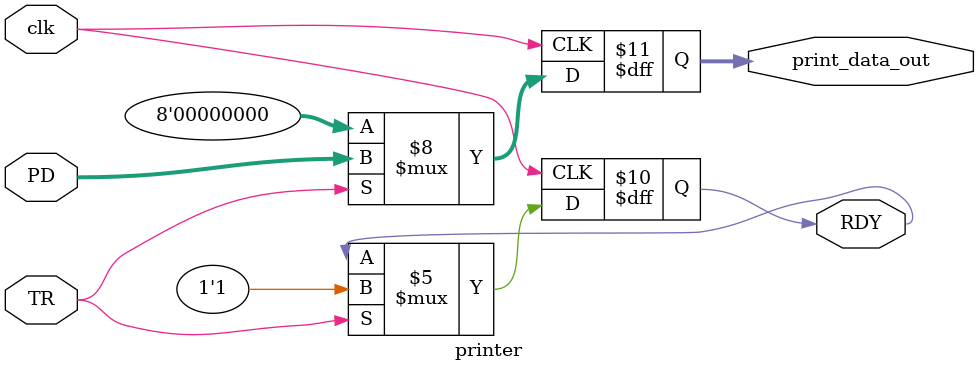
<source format=v>
`timescale 1ns / 1ps


module printer(
input clk,
input TR,//Transport Request，脉冲为 POC给打印机的打印请求
input [7:0] PD,//Parallel Data，存储待打印的数据

output reg RDY = 1,//Ready，1：printer已准备好，0：printer未准备好
//重新理解RDY：当RDY=1，说明printer没有工作；当RDY=0，说明printer正在工作
output reg [7:0] print_data_out
);
    always@(posedge clk)
    begin
        if(TR == 1)//收到脉冲
        begin
            RDY <= 0;
            print_data_out [7:0] <= PD[7:0];
            #50//延迟20个时间单位,模拟打印过程
            RDY = 1;//重新准备好
        end
        else
        begin
             print_data_out <= 0;
        end
    end
endmodule

</source>
